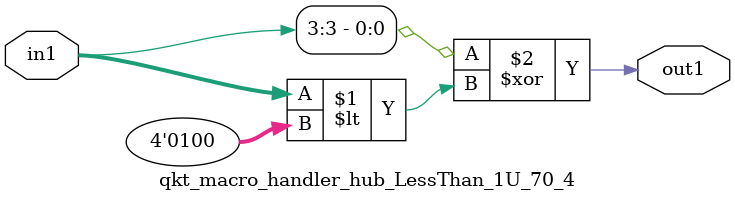
<source format=v>

`timescale 1ps / 1ps


module qkt_macro_handler_hub_LessThan_1U_70_4( in1, out1 );

    input [3:0] in1;
    output out1;

    
    // rtl_process:qkt_macro_handler_hub_LessThan_1U_70_4/qkt_macro_handler_hub_LessThan_1U_70_4_thread_1
    assign out1 = (in1[3] ^ in1 < 4'd04);

endmodule


</source>
